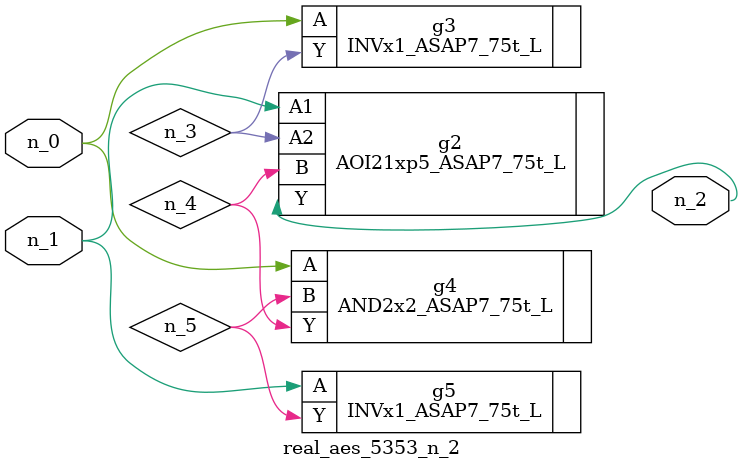
<source format=v>
module real_aes_5353_n_2 (n_0, n_1, n_2);
input n_0;
input n_1;
output n_2;
wire n_4;
wire n_3;
wire n_5;
INVx1_ASAP7_75t_L g3 ( .A(n_0), .Y(n_3) );
AND2x2_ASAP7_75t_L g4 ( .A(n_0), .B(n_5), .Y(n_4) );
AOI21xp5_ASAP7_75t_L g2 ( .A1(n_1), .A2(n_3), .B(n_4), .Y(n_2) );
INVx1_ASAP7_75t_L g5 ( .A(n_1), .Y(n_5) );
endmodule
</source>
